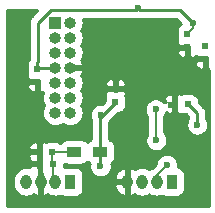
<source format=gbr>
G04 #@! TF.GenerationSoftware,KiCad,Pcbnew,(5.1.2)-2*
G04 #@! TF.CreationDate,2020-12-19T11:55:12-08:00*
G04 #@! TF.ProjectId,GrenadeConversion3,4772656e-6164-4654-936f-6e7665727369,rev?*
G04 #@! TF.SameCoordinates,Original*
G04 #@! TF.FileFunction,Copper,L2,Bot*
G04 #@! TF.FilePolarity,Positive*
%FSLAX46Y46*%
G04 Gerber Fmt 4.6, Leading zero omitted, Abs format (unit mm)*
G04 Created by KiCad (PCBNEW (5.1.2)-2) date 2020-12-19 11:55:12*
%MOMM*%
%LPD*%
G04 APERTURE LIST*
%ADD10O,1.000000X1.000000*%
%ADD11R,1.000000X1.000000*%
%ADD12R,1.200000X0.900000*%
%ADD13O,0.950000X1.250000*%
%ADD14R,0.950000X1.250000*%
%ADD15R,0.500000X0.600000*%
%ADD16R,0.600000X0.500000*%
%ADD17C,0.600000*%
%ADD18C,0.254000*%
%ADD19C,0.152400*%
G04 APERTURE END LIST*
D10*
X109728000Y-98806000D03*
X108458000Y-98806000D03*
X109728000Y-97536000D03*
X108458000Y-97536000D03*
X109728000Y-96266000D03*
X108458000Y-96266000D03*
X109728000Y-94996000D03*
X108458000Y-94996000D03*
X109728000Y-93726000D03*
X108458000Y-93726000D03*
X109728000Y-92456000D03*
X108458000Y-92456000D03*
X109728000Y-91186000D03*
D11*
X108458000Y-91186000D03*
D12*
X112268000Y-102108000D03*
X110068000Y-102108000D03*
D13*
X114554000Y-104648000D03*
X115804000Y-104648000D03*
X117054000Y-104648000D03*
D14*
X118304000Y-104648000D03*
X109728000Y-104648000D03*
D13*
X108478000Y-104648000D03*
X107228000Y-104648000D03*
X105978000Y-104648000D03*
D15*
X119634000Y-93260000D03*
X119634000Y-92160000D03*
D16*
X119676000Y-98044000D03*
X118576000Y-98044000D03*
D15*
X113538000Y-96774000D03*
X113538000Y-97874000D03*
X121158000Y-93134000D03*
X121158000Y-94234000D03*
X106934000Y-96164400D03*
X106934000Y-95064400D03*
D16*
X108204000Y-102108000D03*
X107104000Y-102108000D03*
X107146000Y-103124000D03*
X108246000Y-103124000D03*
D17*
X118237000Y-98145600D03*
X113538000Y-96774000D03*
X119542560Y-94747080D03*
X119634000Y-93260000D03*
X115779400Y-92496640D03*
X105293160Y-90373200D03*
X120142000Y-91186000D03*
X120472200Y-99822000D03*
X115422680Y-89935400D03*
X112288320Y-103342440D03*
X112293400Y-98983800D03*
X117896640Y-103195120D03*
X116961920Y-98511360D03*
X117017800Y-101137720D03*
D18*
X107002400Y-94996000D02*
X106934000Y-95064400D01*
X108458000Y-94996000D02*
X107002400Y-94996000D01*
D19*
X120142000Y-91186000D02*
X120142000Y-91652000D01*
X120142000Y-91652000D02*
X119634000Y-92160000D01*
D18*
X120472200Y-98840200D02*
X119676000Y-98044000D01*
X120472200Y-99822000D02*
X120472200Y-98840200D01*
X113287978Y-98223976D02*
X113587977Y-97923977D01*
X112268000Y-99243954D02*
X113287978Y-98223976D01*
X112268000Y-102108000D02*
X112268000Y-99243954D01*
X112268000Y-102108000D02*
X112268000Y-103322120D01*
X112268000Y-103322120D02*
X112288320Y-103342440D01*
X115289680Y-90068400D02*
X115422680Y-89935400D01*
X108072678Y-90068400D02*
X115289680Y-90068400D01*
X106959400Y-91181678D02*
X108072678Y-90068400D01*
X106959400Y-94485000D02*
X106959400Y-91181678D01*
X106934000Y-95064400D02*
X106934000Y-94510400D01*
X106934000Y-94510400D02*
X106959400Y-94485000D01*
X119019320Y-90063320D02*
X120142000Y-91186000D01*
X115422680Y-89935400D02*
X115550600Y-90063320D01*
X115550600Y-90063320D02*
X119019320Y-90063320D01*
X112268000Y-99009200D02*
X112268000Y-99243954D01*
X112293400Y-98983800D02*
X112268000Y-99009200D01*
D19*
X109315600Y-102108000D02*
X108204000Y-102108000D01*
X110068000Y-102108000D02*
X109315600Y-102108000D01*
X108204000Y-103082000D02*
X108246000Y-103124000D01*
X108204000Y-102108000D02*
X108204000Y-103082000D01*
X108246000Y-104416000D02*
X108478000Y-104648000D01*
X108246000Y-103124000D02*
X108246000Y-104416000D01*
X117054000Y-104037760D02*
X117054000Y-104648000D01*
X117896640Y-103195120D02*
X117054000Y-104037760D01*
X116961920Y-101081840D02*
X117017800Y-101137720D01*
X116961920Y-98511360D02*
X116961920Y-101081840D01*
D18*
G36*
X106447049Y-90616399D02*
G01*
X106417979Y-90640256D01*
X106394122Y-90669326D01*
X106394121Y-90669327D01*
X106322755Y-90756286D01*
X106251999Y-90888663D01*
X106208427Y-91032300D01*
X106193714Y-91181678D01*
X106197401Y-91219111D01*
X106197400Y-94313637D01*
X106183026Y-94361022D01*
X106181587Y-94375637D01*
X106153463Y-94409906D01*
X106094498Y-94520220D01*
X106058188Y-94639918D01*
X106045928Y-94764400D01*
X106045928Y-95364400D01*
X106058188Y-95488882D01*
X106094498Y-95608580D01*
X106098318Y-95615726D01*
X106088418Y-95635451D01*
X106055196Y-95756043D01*
X106049000Y-95878650D01*
X106207750Y-96037400D01*
X106811000Y-96037400D01*
X106811000Y-96017400D01*
X107057000Y-96017400D01*
X107057000Y-96037400D01*
X107081000Y-96037400D01*
X107081000Y-96291400D01*
X107057000Y-96291400D01*
X107057000Y-96940650D01*
X107215750Y-97099400D01*
X107324524Y-97086806D01*
X107429799Y-97051893D01*
X107404324Y-97099553D01*
X107339423Y-97313501D01*
X107317509Y-97536000D01*
X107339423Y-97758499D01*
X107404324Y-97972447D01*
X107509716Y-98169623D01*
X107510846Y-98171000D01*
X107509716Y-98172377D01*
X107404324Y-98369553D01*
X107339423Y-98583501D01*
X107317509Y-98806000D01*
X107339423Y-99028499D01*
X107404324Y-99242447D01*
X107509716Y-99439623D01*
X107651551Y-99612449D01*
X107824377Y-99754284D01*
X108021553Y-99859676D01*
X108235501Y-99924577D01*
X108402248Y-99941000D01*
X108513752Y-99941000D01*
X108680499Y-99924577D01*
X108894447Y-99859676D01*
X109091623Y-99754284D01*
X109093000Y-99753154D01*
X109094377Y-99754284D01*
X109291553Y-99859676D01*
X109505501Y-99924577D01*
X109672248Y-99941000D01*
X109783752Y-99941000D01*
X109950499Y-99924577D01*
X110164447Y-99859676D01*
X110361623Y-99754284D01*
X110534449Y-99612449D01*
X110676284Y-99439623D01*
X110781676Y-99242447D01*
X110846577Y-99028499D01*
X110868491Y-98806000D01*
X110846577Y-98583501D01*
X110781676Y-98369553D01*
X110676284Y-98172377D01*
X110675154Y-98171000D01*
X110676284Y-98169623D01*
X110781676Y-97972447D01*
X110846577Y-97758499D01*
X110868491Y-97536000D01*
X110846577Y-97313501D01*
X110781676Y-97099553D01*
X110676284Y-96902377D01*
X110675154Y-96901000D01*
X110676284Y-96899623D01*
X110781676Y-96702447D01*
X110846577Y-96488499D01*
X110846601Y-96488250D01*
X112653000Y-96488250D01*
X112811750Y-96647000D01*
X113415000Y-96647000D01*
X113415000Y-95997750D01*
X113661000Y-95997750D01*
X113661000Y-96647000D01*
X114264250Y-96647000D01*
X114423000Y-96488250D01*
X114416804Y-96365643D01*
X114383582Y-96245051D01*
X114327473Y-96133258D01*
X114250631Y-96034559D01*
X114156012Y-95952748D01*
X114047249Y-95890968D01*
X113928524Y-95851594D01*
X113819750Y-95839000D01*
X113661000Y-95997750D01*
X113415000Y-95997750D01*
X113256250Y-95839000D01*
X113147476Y-95851594D01*
X113028751Y-95890968D01*
X112919988Y-95952748D01*
X112825369Y-96034559D01*
X112748527Y-96133258D01*
X112692418Y-96245051D01*
X112659196Y-96365643D01*
X112653000Y-96488250D01*
X110846601Y-96488250D01*
X110868491Y-96266000D01*
X110846577Y-96043501D01*
X110781676Y-95829553D01*
X110676284Y-95632377D01*
X110668274Y-95622617D01*
X110715123Y-95556206D01*
X110805446Y-95352864D01*
X110822119Y-95297874D01*
X110695954Y-95123000D01*
X109855000Y-95123000D01*
X109855000Y-95138017D01*
X109783752Y-95131000D01*
X109672248Y-95131000D01*
X109601000Y-95138017D01*
X109601000Y-95123000D01*
X109585983Y-95123000D01*
X109598491Y-94996000D01*
X109585983Y-94869000D01*
X109601000Y-94869000D01*
X109601000Y-94853983D01*
X109672248Y-94861000D01*
X109783752Y-94861000D01*
X109855000Y-94853983D01*
X109855000Y-94869000D01*
X110695954Y-94869000D01*
X110822119Y-94694126D01*
X110805446Y-94639136D01*
X110752416Y-94519750D01*
X120273000Y-94519750D01*
X120279196Y-94642357D01*
X120312418Y-94762949D01*
X120368527Y-94874742D01*
X120445369Y-94973441D01*
X120539988Y-95055252D01*
X120648751Y-95117032D01*
X120767476Y-95156406D01*
X120876250Y-95169000D01*
X121035000Y-95010250D01*
X121035000Y-94361000D01*
X120431750Y-94361000D01*
X120273000Y-94519750D01*
X110752416Y-94519750D01*
X110715123Y-94435794D01*
X110668274Y-94369383D01*
X110676284Y-94359623D01*
X110781676Y-94162447D01*
X110846577Y-93948499D01*
X110868491Y-93726000D01*
X110850739Y-93545750D01*
X118749000Y-93545750D01*
X118755196Y-93668357D01*
X118788418Y-93788949D01*
X118844527Y-93900742D01*
X118921369Y-93999441D01*
X119015988Y-94081252D01*
X119124751Y-94143032D01*
X119243476Y-94182406D01*
X119352250Y-94195000D01*
X119511000Y-94036250D01*
X119511000Y-93387000D01*
X118907750Y-93387000D01*
X118749000Y-93545750D01*
X110850739Y-93545750D01*
X110846577Y-93503501D01*
X110781676Y-93289553D01*
X110676284Y-93092377D01*
X110675154Y-93091000D01*
X110676284Y-93089623D01*
X110781676Y-92892447D01*
X110846577Y-92678499D01*
X110868491Y-92456000D01*
X110846577Y-92233501D01*
X110781676Y-92019553D01*
X110676284Y-91822377D01*
X110675154Y-91821000D01*
X110676284Y-91819623D01*
X110781676Y-91622447D01*
X110846577Y-91408499D01*
X110868491Y-91186000D01*
X110846577Y-90963501D01*
X110806201Y-90830400D01*
X115140130Y-90830400D01*
X115149951Y-90834468D01*
X115330591Y-90870400D01*
X115514769Y-90870400D01*
X115695409Y-90834468D01*
X115717494Y-90825320D01*
X118703690Y-90825320D01*
X119146762Y-91268392D01*
X119139820Y-91270498D01*
X119029506Y-91329463D01*
X118932815Y-91408815D01*
X118853463Y-91505506D01*
X118794498Y-91615820D01*
X118758188Y-91735518D01*
X118745928Y-91860000D01*
X118745928Y-92460000D01*
X118758188Y-92584482D01*
X118794498Y-92704180D01*
X118798318Y-92711326D01*
X118788418Y-92731051D01*
X118755196Y-92851643D01*
X118749000Y-92974250D01*
X118907750Y-93133000D01*
X119511000Y-93133000D01*
X119511000Y-93113000D01*
X119757000Y-93113000D01*
X119757000Y-93133000D01*
X119781000Y-93133000D01*
X119781000Y-93387000D01*
X119757000Y-93387000D01*
X119757000Y-94036250D01*
X119915750Y-94195000D01*
X120024524Y-94182406D01*
X120143249Y-94143032D01*
X120252012Y-94081252D01*
X120334596Y-94009846D01*
X120431750Y-94107000D01*
X121035000Y-94107000D01*
X121035000Y-94087000D01*
X121281000Y-94087000D01*
X121281000Y-94107000D01*
X121305000Y-94107000D01*
X121305000Y-94361000D01*
X121281000Y-94361000D01*
X121281000Y-95010250D01*
X121439750Y-95169000D01*
X121464000Y-95166192D01*
X121464001Y-106732000D01*
X104342000Y-106732000D01*
X104342000Y-104443479D01*
X104868000Y-104443479D01*
X104868000Y-104852520D01*
X104884062Y-105015597D01*
X104947532Y-105224833D01*
X105050604Y-105417666D01*
X105189314Y-105586686D01*
X105358334Y-105725396D01*
X105551166Y-105828468D01*
X105760402Y-105891938D01*
X105978000Y-105913370D01*
X106195597Y-105891938D01*
X106404833Y-105828468D01*
X106597666Y-105725396D01*
X106609066Y-105716040D01*
X106741850Y-105797603D01*
X106930062Y-105867268D01*
X107101000Y-105740734D01*
X107101000Y-104775000D01*
X107088000Y-104775000D01*
X107088000Y-104521000D01*
X107101000Y-104521000D01*
X107101000Y-103555266D01*
X107019000Y-103494567D01*
X107019000Y-103247000D01*
X106369750Y-103247000D01*
X106211000Y-103405750D01*
X106211358Y-103408843D01*
X106195598Y-103404062D01*
X105978000Y-103382630D01*
X105760403Y-103404062D01*
X105551167Y-103467532D01*
X105358335Y-103570604D01*
X105189315Y-103709314D01*
X105050604Y-103878334D01*
X104947532Y-104071166D01*
X104884062Y-104280402D01*
X104868000Y-104443479D01*
X104342000Y-104443479D01*
X104342000Y-102389750D01*
X106169000Y-102389750D01*
X106181594Y-102498524D01*
X106220968Y-102617249D01*
X106246963Y-102663012D01*
X106223594Y-102733476D01*
X106211000Y-102842250D01*
X106369750Y-103001000D01*
X107019000Y-103001000D01*
X107019000Y-102397750D01*
X106977000Y-102355750D01*
X106977000Y-102231000D01*
X106327750Y-102231000D01*
X106169000Y-102389750D01*
X104342000Y-102389750D01*
X104342000Y-101826250D01*
X106169000Y-101826250D01*
X106327750Y-101985000D01*
X106977000Y-101985000D01*
X106977000Y-101381750D01*
X107231000Y-101381750D01*
X107231000Y-101985000D01*
X107251000Y-101985000D01*
X107251000Y-102231000D01*
X107231000Y-102231000D01*
X107231000Y-102834250D01*
X107273000Y-102876250D01*
X107273000Y-103001000D01*
X107293000Y-103001000D01*
X107293000Y-103247000D01*
X107273000Y-103247000D01*
X107273000Y-103850250D01*
X107355000Y-103932250D01*
X107355000Y-104521000D01*
X107368000Y-104521000D01*
X107368000Y-104775000D01*
X107355000Y-104775000D01*
X107355000Y-105740734D01*
X107525938Y-105867268D01*
X107714150Y-105797603D01*
X107846934Y-105716040D01*
X107858334Y-105725396D01*
X108051166Y-105828468D01*
X108260402Y-105891938D01*
X108478000Y-105913370D01*
X108695597Y-105891938D01*
X108904833Y-105828468D01*
X108924991Y-105817694D01*
X109008820Y-105862502D01*
X109128518Y-105898812D01*
X109253000Y-105911072D01*
X110203000Y-105911072D01*
X110327482Y-105898812D01*
X110447180Y-105862502D01*
X110557494Y-105803537D01*
X110654185Y-105724185D01*
X110733537Y-105627494D01*
X110792502Y-105517180D01*
X110828812Y-105397482D01*
X110841072Y-105273000D01*
X110841072Y-104949131D01*
X113452770Y-104949131D01*
X113503414Y-105161066D01*
X113594431Y-105359049D01*
X113722324Y-105535471D01*
X113882178Y-105683553D01*
X114067850Y-105797603D01*
X114256062Y-105867268D01*
X114427000Y-105740734D01*
X114427000Y-104775000D01*
X113601436Y-104775000D01*
X113452770Y-104949131D01*
X110841072Y-104949131D01*
X110841072Y-104346869D01*
X113452770Y-104346869D01*
X113601436Y-104521000D01*
X114427000Y-104521000D01*
X114427000Y-103555266D01*
X114681000Y-103555266D01*
X114681000Y-104521000D01*
X114694000Y-104521000D01*
X114694000Y-104775000D01*
X114681000Y-104775000D01*
X114681000Y-105740734D01*
X114851938Y-105867268D01*
X115040150Y-105797603D01*
X115172934Y-105716040D01*
X115184334Y-105725396D01*
X115377166Y-105828468D01*
X115586402Y-105891938D01*
X115804000Y-105913370D01*
X116021597Y-105891938D01*
X116230833Y-105828468D01*
X116423666Y-105725396D01*
X116429000Y-105721019D01*
X116434334Y-105725396D01*
X116627166Y-105828468D01*
X116836402Y-105891938D01*
X117054000Y-105913370D01*
X117271597Y-105891938D01*
X117480833Y-105828468D01*
X117500991Y-105817694D01*
X117584820Y-105862502D01*
X117704518Y-105898812D01*
X117829000Y-105911072D01*
X118779000Y-105911072D01*
X118903482Y-105898812D01*
X119023180Y-105862502D01*
X119133494Y-105803537D01*
X119230185Y-105724185D01*
X119309537Y-105627494D01*
X119368502Y-105517180D01*
X119404812Y-105397482D01*
X119417072Y-105273000D01*
X119417072Y-104023000D01*
X119404812Y-103898518D01*
X119368502Y-103778820D01*
X119309537Y-103668506D01*
X119230185Y-103571815D01*
X119133494Y-103492463D01*
X119023180Y-103433498D01*
X118903482Y-103397188D01*
X118811564Y-103388135D01*
X118831640Y-103287209D01*
X118831640Y-103103031D01*
X118795708Y-102922391D01*
X118725226Y-102752231D01*
X118622902Y-102599092D01*
X118492668Y-102468858D01*
X118339529Y-102366534D01*
X118169369Y-102296052D01*
X117988729Y-102260120D01*
X117804551Y-102260120D01*
X117623911Y-102296052D01*
X117453751Y-102366534D01*
X117300612Y-102468858D01*
X117170378Y-102599092D01*
X117068054Y-102752231D01*
X116997572Y-102922391D01*
X116961640Y-103103031D01*
X116961640Y-103124333D01*
X116608421Y-103477552D01*
X116434335Y-103570604D01*
X116429000Y-103574982D01*
X116423666Y-103570604D01*
X116230834Y-103467532D01*
X116021598Y-103404062D01*
X115804000Y-103382630D01*
X115586403Y-103404062D01*
X115377167Y-103467532D01*
X115184335Y-103570604D01*
X115172934Y-103579960D01*
X115040150Y-103498397D01*
X114851938Y-103428732D01*
X114681000Y-103555266D01*
X114427000Y-103555266D01*
X114256062Y-103428732D01*
X114067850Y-103498397D01*
X113882178Y-103612447D01*
X113722324Y-103760529D01*
X113594431Y-103936951D01*
X113503414Y-104134934D01*
X113452770Y-104346869D01*
X110841072Y-104346869D01*
X110841072Y-104023000D01*
X110828812Y-103898518D01*
X110792502Y-103778820D01*
X110733537Y-103668506D01*
X110654185Y-103571815D01*
X110557494Y-103492463D01*
X110447180Y-103433498D01*
X110327482Y-103397188D01*
X110203000Y-103384928D01*
X109253000Y-103384928D01*
X109182310Y-103391890D01*
X109184072Y-103374000D01*
X109184072Y-103126256D01*
X109223820Y-103147502D01*
X109343518Y-103183812D01*
X109468000Y-103196072D01*
X110668000Y-103196072D01*
X110792482Y-103183812D01*
X110912180Y-103147502D01*
X111022494Y-103088537D01*
X111119185Y-103009185D01*
X111168000Y-102949704D01*
X111216815Y-103009185D01*
X111313506Y-103088537D01*
X111378588Y-103123324D01*
X111353320Y-103250351D01*
X111353320Y-103434529D01*
X111389252Y-103615169D01*
X111459734Y-103785329D01*
X111562058Y-103938468D01*
X111692292Y-104068702D01*
X111845431Y-104171026D01*
X112015591Y-104241508D01*
X112196231Y-104277440D01*
X112380409Y-104277440D01*
X112561049Y-104241508D01*
X112731209Y-104171026D01*
X112884348Y-104068702D01*
X113014582Y-103938468D01*
X113116906Y-103785329D01*
X113187388Y-103615169D01*
X113223320Y-103434529D01*
X113223320Y-103250351D01*
X113194147Y-103103689D01*
X113222494Y-103088537D01*
X113319185Y-103009185D01*
X113398537Y-102912494D01*
X113457502Y-102802180D01*
X113493812Y-102682482D01*
X113506072Y-102558000D01*
X113506072Y-101658000D01*
X113493812Y-101533518D01*
X113457502Y-101413820D01*
X113398537Y-101303506D01*
X113319185Y-101206815D01*
X113222494Y-101127463D01*
X113112180Y-101068498D01*
X113030000Y-101043569D01*
X113030000Y-99564356D01*
X113039609Y-99549975D01*
X113777512Y-98812072D01*
X113788000Y-98812072D01*
X113912482Y-98799812D01*
X114032180Y-98763502D01*
X114142494Y-98704537D01*
X114239185Y-98625185D01*
X114318537Y-98528494D01*
X114376918Y-98419271D01*
X116026920Y-98419271D01*
X116026920Y-98603449D01*
X116062852Y-98784089D01*
X116133334Y-98954249D01*
X116235658Y-99107388D01*
X116250720Y-99122450D01*
X116250721Y-100602779D01*
X116189214Y-100694831D01*
X116118732Y-100864991D01*
X116082800Y-101045631D01*
X116082800Y-101229809D01*
X116118732Y-101410449D01*
X116189214Y-101580609D01*
X116291538Y-101733748D01*
X116421772Y-101863982D01*
X116574911Y-101966306D01*
X116745071Y-102036788D01*
X116925711Y-102072720D01*
X117109889Y-102072720D01*
X117290529Y-102036788D01*
X117460689Y-101966306D01*
X117613828Y-101863982D01*
X117744062Y-101733748D01*
X117846386Y-101580609D01*
X117916868Y-101410449D01*
X117952800Y-101229809D01*
X117952800Y-101045631D01*
X117916868Y-100864991D01*
X117846386Y-100694831D01*
X117744062Y-100541692D01*
X117673120Y-100470750D01*
X117673120Y-99122450D01*
X117688182Y-99107388D01*
X117790506Y-98954249D01*
X117860988Y-98784089D01*
X117862442Y-98776782D01*
X117935258Y-98833473D01*
X118047051Y-98889582D01*
X118167643Y-98922804D01*
X118290250Y-98929000D01*
X118449000Y-98770250D01*
X118449000Y-98167000D01*
X118429000Y-98167000D01*
X118429000Y-97921000D01*
X118449000Y-97921000D01*
X118449000Y-97317750D01*
X118703000Y-97317750D01*
X118703000Y-97921000D01*
X118723000Y-97921000D01*
X118723000Y-98167000D01*
X118703000Y-98167000D01*
X118703000Y-98770250D01*
X118861750Y-98929000D01*
X118984357Y-98922804D01*
X119104949Y-98889582D01*
X119124674Y-98879682D01*
X119131820Y-98883502D01*
X119251518Y-98919812D01*
X119376000Y-98932072D01*
X119486442Y-98932072D01*
X119710201Y-99155831D01*
X119710201Y-99279457D01*
X119643614Y-99379111D01*
X119573132Y-99549271D01*
X119537200Y-99729911D01*
X119537200Y-99914089D01*
X119573132Y-100094729D01*
X119643614Y-100264889D01*
X119745938Y-100418028D01*
X119876172Y-100548262D01*
X120029311Y-100650586D01*
X120199471Y-100721068D01*
X120380111Y-100757000D01*
X120564289Y-100757000D01*
X120744929Y-100721068D01*
X120915089Y-100650586D01*
X121068228Y-100548262D01*
X121198462Y-100418028D01*
X121300786Y-100264889D01*
X121371268Y-100094729D01*
X121407200Y-99914089D01*
X121407200Y-99729911D01*
X121371268Y-99549271D01*
X121300786Y-99379111D01*
X121234200Y-99279458D01*
X121234200Y-98877623D01*
X121237886Y-98840200D01*
X121233908Y-98799812D01*
X121223174Y-98690822D01*
X121179602Y-98547185D01*
X121141780Y-98476425D01*
X121108845Y-98414807D01*
X121037479Y-98327848D01*
X121013622Y-98298778D01*
X120984551Y-98274920D01*
X120614072Y-97904441D01*
X120614072Y-97794000D01*
X120601812Y-97669518D01*
X120565502Y-97549820D01*
X120506537Y-97439506D01*
X120427185Y-97342815D01*
X120330494Y-97263463D01*
X120220180Y-97204498D01*
X120100482Y-97168188D01*
X119976000Y-97155928D01*
X119376000Y-97155928D01*
X119251518Y-97168188D01*
X119131820Y-97204498D01*
X119124674Y-97208318D01*
X119104949Y-97198418D01*
X118984357Y-97165196D01*
X118861750Y-97159000D01*
X118703000Y-97317750D01*
X118449000Y-97317750D01*
X118290250Y-97159000D01*
X118167643Y-97165196D01*
X118047051Y-97198418D01*
X117935258Y-97254527D01*
X117836559Y-97331369D01*
X117754748Y-97425988D01*
X117692968Y-97534751D01*
X117653594Y-97653476D01*
X117641000Y-97762250D01*
X117795748Y-97916998D01*
X117689295Y-97916998D01*
X117688182Y-97915332D01*
X117557948Y-97785098D01*
X117404809Y-97682774D01*
X117234649Y-97612292D01*
X117054009Y-97576360D01*
X116869831Y-97576360D01*
X116689191Y-97612292D01*
X116519031Y-97682774D01*
X116365892Y-97785098D01*
X116235658Y-97915332D01*
X116133334Y-98068471D01*
X116062852Y-98238631D01*
X116026920Y-98419271D01*
X114376918Y-98419271D01*
X114377502Y-98418180D01*
X114413812Y-98298482D01*
X114426072Y-98174000D01*
X114426072Y-97574000D01*
X114413812Y-97449518D01*
X114377502Y-97329820D01*
X114373682Y-97322674D01*
X114383582Y-97302949D01*
X114416804Y-97182357D01*
X114423000Y-97059750D01*
X114264250Y-96901000D01*
X113661000Y-96901000D01*
X113661000Y-96921000D01*
X113415000Y-96921000D01*
X113415000Y-96901000D01*
X112811750Y-96901000D01*
X112653000Y-97059750D01*
X112659196Y-97182357D01*
X112692418Y-97302949D01*
X112702318Y-97322674D01*
X112698498Y-97329820D01*
X112662188Y-97449518D01*
X112649928Y-97574000D01*
X112649928Y-97784396D01*
X112385518Y-98048806D01*
X112385489Y-98048800D01*
X112201311Y-98048800D01*
X112020671Y-98084732D01*
X111850511Y-98155214D01*
X111697372Y-98257538D01*
X111567138Y-98387772D01*
X111464814Y-98540911D01*
X111394332Y-98711071D01*
X111358400Y-98891711D01*
X111358400Y-99075889D01*
X111394332Y-99256529D01*
X111464814Y-99426689D01*
X111506001Y-99488330D01*
X111506000Y-101043569D01*
X111423820Y-101068498D01*
X111313506Y-101127463D01*
X111216815Y-101206815D01*
X111168000Y-101266296D01*
X111119185Y-101206815D01*
X111022494Y-101127463D01*
X110912180Y-101068498D01*
X110792482Y-101032188D01*
X110668000Y-101019928D01*
X109468000Y-101019928D01*
X109343518Y-101032188D01*
X109223820Y-101068498D01*
X109113506Y-101127463D01*
X109016815Y-101206815D01*
X108937463Y-101303506D01*
X108904483Y-101365205D01*
X108858494Y-101327463D01*
X108748180Y-101268498D01*
X108628482Y-101232188D01*
X108504000Y-101219928D01*
X107904000Y-101219928D01*
X107779518Y-101232188D01*
X107659820Y-101268498D01*
X107652674Y-101272318D01*
X107632949Y-101262418D01*
X107512357Y-101229196D01*
X107389750Y-101223000D01*
X107231000Y-101381750D01*
X106977000Y-101381750D01*
X106818250Y-101223000D01*
X106695643Y-101229196D01*
X106575051Y-101262418D01*
X106463258Y-101318527D01*
X106364559Y-101395369D01*
X106282748Y-101489988D01*
X106220968Y-101598751D01*
X106181594Y-101717476D01*
X106169000Y-101826250D01*
X104342000Y-101826250D01*
X104342000Y-96450150D01*
X106049000Y-96450150D01*
X106055196Y-96572757D01*
X106088418Y-96693349D01*
X106144527Y-96805142D01*
X106221369Y-96903841D01*
X106315988Y-96985652D01*
X106424751Y-97047432D01*
X106543476Y-97086806D01*
X106652250Y-97099400D01*
X106811000Y-96940650D01*
X106811000Y-96291400D01*
X106207750Y-96291400D01*
X106049000Y-96450150D01*
X104342000Y-96450150D01*
X104342000Y-90118000D01*
X106945448Y-90118000D01*
X106447049Y-90616399D01*
X106447049Y-90616399D01*
G37*
X106447049Y-90616399D02*
X106417979Y-90640256D01*
X106394122Y-90669326D01*
X106394121Y-90669327D01*
X106322755Y-90756286D01*
X106251999Y-90888663D01*
X106208427Y-91032300D01*
X106193714Y-91181678D01*
X106197401Y-91219111D01*
X106197400Y-94313637D01*
X106183026Y-94361022D01*
X106181587Y-94375637D01*
X106153463Y-94409906D01*
X106094498Y-94520220D01*
X106058188Y-94639918D01*
X106045928Y-94764400D01*
X106045928Y-95364400D01*
X106058188Y-95488882D01*
X106094498Y-95608580D01*
X106098318Y-95615726D01*
X106088418Y-95635451D01*
X106055196Y-95756043D01*
X106049000Y-95878650D01*
X106207750Y-96037400D01*
X106811000Y-96037400D01*
X106811000Y-96017400D01*
X107057000Y-96017400D01*
X107057000Y-96037400D01*
X107081000Y-96037400D01*
X107081000Y-96291400D01*
X107057000Y-96291400D01*
X107057000Y-96940650D01*
X107215750Y-97099400D01*
X107324524Y-97086806D01*
X107429799Y-97051893D01*
X107404324Y-97099553D01*
X107339423Y-97313501D01*
X107317509Y-97536000D01*
X107339423Y-97758499D01*
X107404324Y-97972447D01*
X107509716Y-98169623D01*
X107510846Y-98171000D01*
X107509716Y-98172377D01*
X107404324Y-98369553D01*
X107339423Y-98583501D01*
X107317509Y-98806000D01*
X107339423Y-99028499D01*
X107404324Y-99242447D01*
X107509716Y-99439623D01*
X107651551Y-99612449D01*
X107824377Y-99754284D01*
X108021553Y-99859676D01*
X108235501Y-99924577D01*
X108402248Y-99941000D01*
X108513752Y-99941000D01*
X108680499Y-99924577D01*
X108894447Y-99859676D01*
X109091623Y-99754284D01*
X109093000Y-99753154D01*
X109094377Y-99754284D01*
X109291553Y-99859676D01*
X109505501Y-99924577D01*
X109672248Y-99941000D01*
X109783752Y-99941000D01*
X109950499Y-99924577D01*
X110164447Y-99859676D01*
X110361623Y-99754284D01*
X110534449Y-99612449D01*
X110676284Y-99439623D01*
X110781676Y-99242447D01*
X110846577Y-99028499D01*
X110868491Y-98806000D01*
X110846577Y-98583501D01*
X110781676Y-98369553D01*
X110676284Y-98172377D01*
X110675154Y-98171000D01*
X110676284Y-98169623D01*
X110781676Y-97972447D01*
X110846577Y-97758499D01*
X110868491Y-97536000D01*
X110846577Y-97313501D01*
X110781676Y-97099553D01*
X110676284Y-96902377D01*
X110675154Y-96901000D01*
X110676284Y-96899623D01*
X110781676Y-96702447D01*
X110846577Y-96488499D01*
X110846601Y-96488250D01*
X112653000Y-96488250D01*
X112811750Y-96647000D01*
X113415000Y-96647000D01*
X113415000Y-95997750D01*
X113661000Y-95997750D01*
X113661000Y-96647000D01*
X114264250Y-96647000D01*
X114423000Y-96488250D01*
X114416804Y-96365643D01*
X114383582Y-96245051D01*
X114327473Y-96133258D01*
X114250631Y-96034559D01*
X114156012Y-95952748D01*
X114047249Y-95890968D01*
X113928524Y-95851594D01*
X113819750Y-95839000D01*
X113661000Y-95997750D01*
X113415000Y-95997750D01*
X113256250Y-95839000D01*
X113147476Y-95851594D01*
X113028751Y-95890968D01*
X112919988Y-95952748D01*
X112825369Y-96034559D01*
X112748527Y-96133258D01*
X112692418Y-96245051D01*
X112659196Y-96365643D01*
X112653000Y-96488250D01*
X110846601Y-96488250D01*
X110868491Y-96266000D01*
X110846577Y-96043501D01*
X110781676Y-95829553D01*
X110676284Y-95632377D01*
X110668274Y-95622617D01*
X110715123Y-95556206D01*
X110805446Y-95352864D01*
X110822119Y-95297874D01*
X110695954Y-95123000D01*
X109855000Y-95123000D01*
X109855000Y-95138017D01*
X109783752Y-95131000D01*
X109672248Y-95131000D01*
X109601000Y-95138017D01*
X109601000Y-95123000D01*
X109585983Y-95123000D01*
X109598491Y-94996000D01*
X109585983Y-94869000D01*
X109601000Y-94869000D01*
X109601000Y-94853983D01*
X109672248Y-94861000D01*
X109783752Y-94861000D01*
X109855000Y-94853983D01*
X109855000Y-94869000D01*
X110695954Y-94869000D01*
X110822119Y-94694126D01*
X110805446Y-94639136D01*
X110752416Y-94519750D01*
X120273000Y-94519750D01*
X120279196Y-94642357D01*
X120312418Y-94762949D01*
X120368527Y-94874742D01*
X120445369Y-94973441D01*
X120539988Y-95055252D01*
X120648751Y-95117032D01*
X120767476Y-95156406D01*
X120876250Y-95169000D01*
X121035000Y-95010250D01*
X121035000Y-94361000D01*
X120431750Y-94361000D01*
X120273000Y-94519750D01*
X110752416Y-94519750D01*
X110715123Y-94435794D01*
X110668274Y-94369383D01*
X110676284Y-94359623D01*
X110781676Y-94162447D01*
X110846577Y-93948499D01*
X110868491Y-93726000D01*
X110850739Y-93545750D01*
X118749000Y-93545750D01*
X118755196Y-93668357D01*
X118788418Y-93788949D01*
X118844527Y-93900742D01*
X118921369Y-93999441D01*
X119015988Y-94081252D01*
X119124751Y-94143032D01*
X119243476Y-94182406D01*
X119352250Y-94195000D01*
X119511000Y-94036250D01*
X119511000Y-93387000D01*
X118907750Y-93387000D01*
X118749000Y-93545750D01*
X110850739Y-93545750D01*
X110846577Y-93503501D01*
X110781676Y-93289553D01*
X110676284Y-93092377D01*
X110675154Y-93091000D01*
X110676284Y-93089623D01*
X110781676Y-92892447D01*
X110846577Y-92678499D01*
X110868491Y-92456000D01*
X110846577Y-92233501D01*
X110781676Y-92019553D01*
X110676284Y-91822377D01*
X110675154Y-91821000D01*
X110676284Y-91819623D01*
X110781676Y-91622447D01*
X110846577Y-91408499D01*
X110868491Y-91186000D01*
X110846577Y-90963501D01*
X110806201Y-90830400D01*
X115140130Y-90830400D01*
X115149951Y-90834468D01*
X115330591Y-90870400D01*
X115514769Y-90870400D01*
X115695409Y-90834468D01*
X115717494Y-90825320D01*
X118703690Y-90825320D01*
X119146762Y-91268392D01*
X119139820Y-91270498D01*
X119029506Y-91329463D01*
X118932815Y-91408815D01*
X118853463Y-91505506D01*
X118794498Y-91615820D01*
X118758188Y-91735518D01*
X118745928Y-91860000D01*
X118745928Y-92460000D01*
X118758188Y-92584482D01*
X118794498Y-92704180D01*
X118798318Y-92711326D01*
X118788418Y-92731051D01*
X118755196Y-92851643D01*
X118749000Y-92974250D01*
X118907750Y-93133000D01*
X119511000Y-93133000D01*
X119511000Y-93113000D01*
X119757000Y-93113000D01*
X119757000Y-93133000D01*
X119781000Y-93133000D01*
X119781000Y-93387000D01*
X119757000Y-93387000D01*
X119757000Y-94036250D01*
X119915750Y-94195000D01*
X120024524Y-94182406D01*
X120143249Y-94143032D01*
X120252012Y-94081252D01*
X120334596Y-94009846D01*
X120431750Y-94107000D01*
X121035000Y-94107000D01*
X121035000Y-94087000D01*
X121281000Y-94087000D01*
X121281000Y-94107000D01*
X121305000Y-94107000D01*
X121305000Y-94361000D01*
X121281000Y-94361000D01*
X121281000Y-95010250D01*
X121439750Y-95169000D01*
X121464000Y-95166192D01*
X121464001Y-106732000D01*
X104342000Y-106732000D01*
X104342000Y-104443479D01*
X104868000Y-104443479D01*
X104868000Y-104852520D01*
X104884062Y-105015597D01*
X104947532Y-105224833D01*
X105050604Y-105417666D01*
X105189314Y-105586686D01*
X105358334Y-105725396D01*
X105551166Y-105828468D01*
X105760402Y-105891938D01*
X105978000Y-105913370D01*
X106195597Y-105891938D01*
X106404833Y-105828468D01*
X106597666Y-105725396D01*
X106609066Y-105716040D01*
X106741850Y-105797603D01*
X106930062Y-105867268D01*
X107101000Y-105740734D01*
X107101000Y-104775000D01*
X107088000Y-104775000D01*
X107088000Y-104521000D01*
X107101000Y-104521000D01*
X107101000Y-103555266D01*
X107019000Y-103494567D01*
X107019000Y-103247000D01*
X106369750Y-103247000D01*
X106211000Y-103405750D01*
X106211358Y-103408843D01*
X106195598Y-103404062D01*
X105978000Y-103382630D01*
X105760403Y-103404062D01*
X105551167Y-103467532D01*
X105358335Y-103570604D01*
X105189315Y-103709314D01*
X105050604Y-103878334D01*
X104947532Y-104071166D01*
X104884062Y-104280402D01*
X104868000Y-104443479D01*
X104342000Y-104443479D01*
X104342000Y-102389750D01*
X106169000Y-102389750D01*
X106181594Y-102498524D01*
X106220968Y-102617249D01*
X106246963Y-102663012D01*
X106223594Y-102733476D01*
X106211000Y-102842250D01*
X106369750Y-103001000D01*
X107019000Y-103001000D01*
X107019000Y-102397750D01*
X106977000Y-102355750D01*
X106977000Y-102231000D01*
X106327750Y-102231000D01*
X106169000Y-102389750D01*
X104342000Y-102389750D01*
X104342000Y-101826250D01*
X106169000Y-101826250D01*
X106327750Y-101985000D01*
X106977000Y-101985000D01*
X106977000Y-101381750D01*
X107231000Y-101381750D01*
X107231000Y-101985000D01*
X107251000Y-101985000D01*
X107251000Y-102231000D01*
X107231000Y-102231000D01*
X107231000Y-102834250D01*
X107273000Y-102876250D01*
X107273000Y-103001000D01*
X107293000Y-103001000D01*
X107293000Y-103247000D01*
X107273000Y-103247000D01*
X107273000Y-103850250D01*
X107355000Y-103932250D01*
X107355000Y-104521000D01*
X107368000Y-104521000D01*
X107368000Y-104775000D01*
X107355000Y-104775000D01*
X107355000Y-105740734D01*
X107525938Y-105867268D01*
X107714150Y-105797603D01*
X107846934Y-105716040D01*
X107858334Y-105725396D01*
X108051166Y-105828468D01*
X108260402Y-105891938D01*
X108478000Y-105913370D01*
X108695597Y-105891938D01*
X108904833Y-105828468D01*
X108924991Y-105817694D01*
X109008820Y-105862502D01*
X109128518Y-105898812D01*
X109253000Y-105911072D01*
X110203000Y-105911072D01*
X110327482Y-105898812D01*
X110447180Y-105862502D01*
X110557494Y-105803537D01*
X110654185Y-105724185D01*
X110733537Y-105627494D01*
X110792502Y-105517180D01*
X110828812Y-105397482D01*
X110841072Y-105273000D01*
X110841072Y-104949131D01*
X113452770Y-104949131D01*
X113503414Y-105161066D01*
X113594431Y-105359049D01*
X113722324Y-105535471D01*
X113882178Y-105683553D01*
X114067850Y-105797603D01*
X114256062Y-105867268D01*
X114427000Y-105740734D01*
X114427000Y-104775000D01*
X113601436Y-104775000D01*
X113452770Y-104949131D01*
X110841072Y-104949131D01*
X110841072Y-104346869D01*
X113452770Y-104346869D01*
X113601436Y-104521000D01*
X114427000Y-104521000D01*
X114427000Y-103555266D01*
X114681000Y-103555266D01*
X114681000Y-104521000D01*
X114694000Y-104521000D01*
X114694000Y-104775000D01*
X114681000Y-104775000D01*
X114681000Y-105740734D01*
X114851938Y-105867268D01*
X115040150Y-105797603D01*
X115172934Y-105716040D01*
X115184334Y-105725396D01*
X115377166Y-105828468D01*
X115586402Y-105891938D01*
X115804000Y-105913370D01*
X116021597Y-105891938D01*
X116230833Y-105828468D01*
X116423666Y-105725396D01*
X116429000Y-105721019D01*
X116434334Y-105725396D01*
X116627166Y-105828468D01*
X116836402Y-105891938D01*
X117054000Y-105913370D01*
X117271597Y-105891938D01*
X117480833Y-105828468D01*
X117500991Y-105817694D01*
X117584820Y-105862502D01*
X117704518Y-105898812D01*
X117829000Y-105911072D01*
X118779000Y-105911072D01*
X118903482Y-105898812D01*
X119023180Y-105862502D01*
X119133494Y-105803537D01*
X119230185Y-105724185D01*
X119309537Y-105627494D01*
X119368502Y-105517180D01*
X119404812Y-105397482D01*
X119417072Y-105273000D01*
X119417072Y-104023000D01*
X119404812Y-103898518D01*
X119368502Y-103778820D01*
X119309537Y-103668506D01*
X119230185Y-103571815D01*
X119133494Y-103492463D01*
X119023180Y-103433498D01*
X118903482Y-103397188D01*
X118811564Y-103388135D01*
X118831640Y-103287209D01*
X118831640Y-103103031D01*
X118795708Y-102922391D01*
X118725226Y-102752231D01*
X118622902Y-102599092D01*
X118492668Y-102468858D01*
X118339529Y-102366534D01*
X118169369Y-102296052D01*
X117988729Y-102260120D01*
X117804551Y-102260120D01*
X117623911Y-102296052D01*
X117453751Y-102366534D01*
X117300612Y-102468858D01*
X117170378Y-102599092D01*
X117068054Y-102752231D01*
X116997572Y-102922391D01*
X116961640Y-103103031D01*
X116961640Y-103124333D01*
X116608421Y-103477552D01*
X116434335Y-103570604D01*
X116429000Y-103574982D01*
X116423666Y-103570604D01*
X116230834Y-103467532D01*
X116021598Y-103404062D01*
X115804000Y-103382630D01*
X115586403Y-103404062D01*
X115377167Y-103467532D01*
X115184335Y-103570604D01*
X115172934Y-103579960D01*
X115040150Y-103498397D01*
X114851938Y-103428732D01*
X114681000Y-103555266D01*
X114427000Y-103555266D01*
X114256062Y-103428732D01*
X114067850Y-103498397D01*
X113882178Y-103612447D01*
X113722324Y-103760529D01*
X113594431Y-103936951D01*
X113503414Y-104134934D01*
X113452770Y-104346869D01*
X110841072Y-104346869D01*
X110841072Y-104023000D01*
X110828812Y-103898518D01*
X110792502Y-103778820D01*
X110733537Y-103668506D01*
X110654185Y-103571815D01*
X110557494Y-103492463D01*
X110447180Y-103433498D01*
X110327482Y-103397188D01*
X110203000Y-103384928D01*
X109253000Y-103384928D01*
X109182310Y-103391890D01*
X109184072Y-103374000D01*
X109184072Y-103126256D01*
X109223820Y-103147502D01*
X109343518Y-103183812D01*
X109468000Y-103196072D01*
X110668000Y-103196072D01*
X110792482Y-103183812D01*
X110912180Y-103147502D01*
X111022494Y-103088537D01*
X111119185Y-103009185D01*
X111168000Y-102949704D01*
X111216815Y-103009185D01*
X111313506Y-103088537D01*
X111378588Y-103123324D01*
X111353320Y-103250351D01*
X111353320Y-103434529D01*
X111389252Y-103615169D01*
X111459734Y-103785329D01*
X111562058Y-103938468D01*
X111692292Y-104068702D01*
X111845431Y-104171026D01*
X112015591Y-104241508D01*
X112196231Y-104277440D01*
X112380409Y-104277440D01*
X112561049Y-104241508D01*
X112731209Y-104171026D01*
X112884348Y-104068702D01*
X113014582Y-103938468D01*
X113116906Y-103785329D01*
X113187388Y-103615169D01*
X113223320Y-103434529D01*
X113223320Y-103250351D01*
X113194147Y-103103689D01*
X113222494Y-103088537D01*
X113319185Y-103009185D01*
X113398537Y-102912494D01*
X113457502Y-102802180D01*
X113493812Y-102682482D01*
X113506072Y-102558000D01*
X113506072Y-101658000D01*
X113493812Y-101533518D01*
X113457502Y-101413820D01*
X113398537Y-101303506D01*
X113319185Y-101206815D01*
X113222494Y-101127463D01*
X113112180Y-101068498D01*
X113030000Y-101043569D01*
X113030000Y-99564356D01*
X113039609Y-99549975D01*
X113777512Y-98812072D01*
X113788000Y-98812072D01*
X113912482Y-98799812D01*
X114032180Y-98763502D01*
X114142494Y-98704537D01*
X114239185Y-98625185D01*
X114318537Y-98528494D01*
X114376918Y-98419271D01*
X116026920Y-98419271D01*
X116026920Y-98603449D01*
X116062852Y-98784089D01*
X116133334Y-98954249D01*
X116235658Y-99107388D01*
X116250720Y-99122450D01*
X116250721Y-100602779D01*
X116189214Y-100694831D01*
X116118732Y-100864991D01*
X116082800Y-101045631D01*
X116082800Y-101229809D01*
X116118732Y-101410449D01*
X116189214Y-101580609D01*
X116291538Y-101733748D01*
X116421772Y-101863982D01*
X116574911Y-101966306D01*
X116745071Y-102036788D01*
X116925711Y-102072720D01*
X117109889Y-102072720D01*
X117290529Y-102036788D01*
X117460689Y-101966306D01*
X117613828Y-101863982D01*
X117744062Y-101733748D01*
X117846386Y-101580609D01*
X117916868Y-101410449D01*
X117952800Y-101229809D01*
X117952800Y-101045631D01*
X117916868Y-100864991D01*
X117846386Y-100694831D01*
X117744062Y-100541692D01*
X117673120Y-100470750D01*
X117673120Y-99122450D01*
X117688182Y-99107388D01*
X117790506Y-98954249D01*
X117860988Y-98784089D01*
X117862442Y-98776782D01*
X117935258Y-98833473D01*
X118047051Y-98889582D01*
X118167643Y-98922804D01*
X118290250Y-98929000D01*
X118449000Y-98770250D01*
X118449000Y-98167000D01*
X118429000Y-98167000D01*
X118429000Y-97921000D01*
X118449000Y-97921000D01*
X118449000Y-97317750D01*
X118703000Y-97317750D01*
X118703000Y-97921000D01*
X118723000Y-97921000D01*
X118723000Y-98167000D01*
X118703000Y-98167000D01*
X118703000Y-98770250D01*
X118861750Y-98929000D01*
X118984357Y-98922804D01*
X119104949Y-98889582D01*
X119124674Y-98879682D01*
X119131820Y-98883502D01*
X119251518Y-98919812D01*
X119376000Y-98932072D01*
X119486442Y-98932072D01*
X119710201Y-99155831D01*
X119710201Y-99279457D01*
X119643614Y-99379111D01*
X119573132Y-99549271D01*
X119537200Y-99729911D01*
X119537200Y-99914089D01*
X119573132Y-100094729D01*
X119643614Y-100264889D01*
X119745938Y-100418028D01*
X119876172Y-100548262D01*
X120029311Y-100650586D01*
X120199471Y-100721068D01*
X120380111Y-100757000D01*
X120564289Y-100757000D01*
X120744929Y-100721068D01*
X120915089Y-100650586D01*
X121068228Y-100548262D01*
X121198462Y-100418028D01*
X121300786Y-100264889D01*
X121371268Y-100094729D01*
X121407200Y-99914089D01*
X121407200Y-99729911D01*
X121371268Y-99549271D01*
X121300786Y-99379111D01*
X121234200Y-99279458D01*
X121234200Y-98877623D01*
X121237886Y-98840200D01*
X121233908Y-98799812D01*
X121223174Y-98690822D01*
X121179602Y-98547185D01*
X121141780Y-98476425D01*
X121108845Y-98414807D01*
X121037479Y-98327848D01*
X121013622Y-98298778D01*
X120984551Y-98274920D01*
X120614072Y-97904441D01*
X120614072Y-97794000D01*
X120601812Y-97669518D01*
X120565502Y-97549820D01*
X120506537Y-97439506D01*
X120427185Y-97342815D01*
X120330494Y-97263463D01*
X120220180Y-97204498D01*
X120100482Y-97168188D01*
X119976000Y-97155928D01*
X119376000Y-97155928D01*
X119251518Y-97168188D01*
X119131820Y-97204498D01*
X119124674Y-97208318D01*
X119104949Y-97198418D01*
X118984357Y-97165196D01*
X118861750Y-97159000D01*
X118703000Y-97317750D01*
X118449000Y-97317750D01*
X118290250Y-97159000D01*
X118167643Y-97165196D01*
X118047051Y-97198418D01*
X117935258Y-97254527D01*
X117836559Y-97331369D01*
X117754748Y-97425988D01*
X117692968Y-97534751D01*
X117653594Y-97653476D01*
X117641000Y-97762250D01*
X117795748Y-97916998D01*
X117689295Y-97916998D01*
X117688182Y-97915332D01*
X117557948Y-97785098D01*
X117404809Y-97682774D01*
X117234649Y-97612292D01*
X117054009Y-97576360D01*
X116869831Y-97576360D01*
X116689191Y-97612292D01*
X116519031Y-97682774D01*
X116365892Y-97785098D01*
X116235658Y-97915332D01*
X116133334Y-98068471D01*
X116062852Y-98238631D01*
X116026920Y-98419271D01*
X114376918Y-98419271D01*
X114377502Y-98418180D01*
X114413812Y-98298482D01*
X114426072Y-98174000D01*
X114426072Y-97574000D01*
X114413812Y-97449518D01*
X114377502Y-97329820D01*
X114373682Y-97322674D01*
X114383582Y-97302949D01*
X114416804Y-97182357D01*
X114423000Y-97059750D01*
X114264250Y-96901000D01*
X113661000Y-96901000D01*
X113661000Y-96921000D01*
X113415000Y-96921000D01*
X113415000Y-96901000D01*
X112811750Y-96901000D01*
X112653000Y-97059750D01*
X112659196Y-97182357D01*
X112692418Y-97302949D01*
X112702318Y-97322674D01*
X112698498Y-97329820D01*
X112662188Y-97449518D01*
X112649928Y-97574000D01*
X112649928Y-97784396D01*
X112385518Y-98048806D01*
X112385489Y-98048800D01*
X112201311Y-98048800D01*
X112020671Y-98084732D01*
X111850511Y-98155214D01*
X111697372Y-98257538D01*
X111567138Y-98387772D01*
X111464814Y-98540911D01*
X111394332Y-98711071D01*
X111358400Y-98891711D01*
X111358400Y-99075889D01*
X111394332Y-99256529D01*
X111464814Y-99426689D01*
X111506001Y-99488330D01*
X111506000Y-101043569D01*
X111423820Y-101068498D01*
X111313506Y-101127463D01*
X111216815Y-101206815D01*
X111168000Y-101266296D01*
X111119185Y-101206815D01*
X111022494Y-101127463D01*
X110912180Y-101068498D01*
X110792482Y-101032188D01*
X110668000Y-101019928D01*
X109468000Y-101019928D01*
X109343518Y-101032188D01*
X109223820Y-101068498D01*
X109113506Y-101127463D01*
X109016815Y-101206815D01*
X108937463Y-101303506D01*
X108904483Y-101365205D01*
X108858494Y-101327463D01*
X108748180Y-101268498D01*
X108628482Y-101232188D01*
X108504000Y-101219928D01*
X107904000Y-101219928D01*
X107779518Y-101232188D01*
X107659820Y-101268498D01*
X107652674Y-101272318D01*
X107632949Y-101262418D01*
X107512357Y-101229196D01*
X107389750Y-101223000D01*
X107231000Y-101381750D01*
X106977000Y-101381750D01*
X106818250Y-101223000D01*
X106695643Y-101229196D01*
X106575051Y-101262418D01*
X106463258Y-101318527D01*
X106364559Y-101395369D01*
X106282748Y-101489988D01*
X106220968Y-101598751D01*
X106181594Y-101717476D01*
X106169000Y-101826250D01*
X104342000Y-101826250D01*
X104342000Y-96450150D01*
X106049000Y-96450150D01*
X106055196Y-96572757D01*
X106088418Y-96693349D01*
X106144527Y-96805142D01*
X106221369Y-96903841D01*
X106315988Y-96985652D01*
X106424751Y-97047432D01*
X106543476Y-97086806D01*
X106652250Y-97099400D01*
X106811000Y-96940650D01*
X106811000Y-96291400D01*
X106207750Y-96291400D01*
X106049000Y-96450150D01*
X104342000Y-96450150D01*
X104342000Y-90118000D01*
X106945448Y-90118000D01*
X106447049Y-90616399D01*
M02*

</source>
